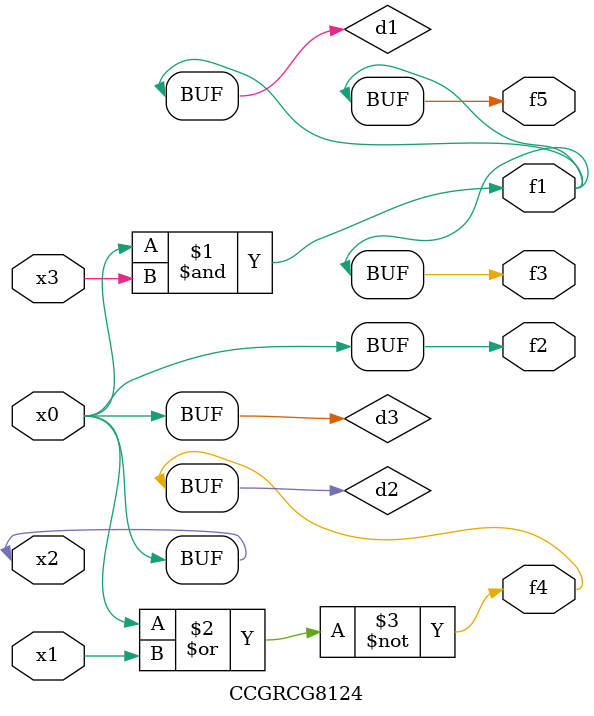
<source format=v>
module CCGRCG8124(
	input x0, x1, x2, x3,
	output f1, f2, f3, f4, f5
);

	wire d1, d2, d3;

	and (d1, x2, x3);
	nor (d2, x0, x1);
	buf (d3, x0, x2);
	assign f1 = d1;
	assign f2 = d3;
	assign f3 = d1;
	assign f4 = d2;
	assign f5 = d1;
endmodule

</source>
